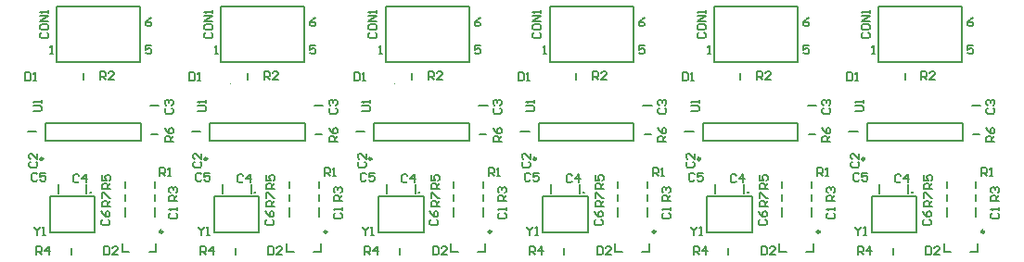
<source format=gto>
G04*
G04 #@! TF.GenerationSoftware,Altium Limited,Altium Designer,18.1.6 (161)*
G04*
G04 Layer_Color=65535*
%FSLAX24Y24*%
%MOIN*%
G70*
G01*
G75*
%ADD18C,0.0079*%
%ADD24C,0.0098*%
%ADD25C,0.0100*%
%ADD26C,0.0039*%
%ADD27C,0.0060*%
%ADD28C,0.0060*%
D18*
X5020Y30492D02*
Y30793D01*
X4764Y30492D02*
X5020D01*
X3799D02*
Y30793D01*
Y30492D02*
X4055D01*
X1201Y31211D02*
Y32490D01*
Y31211D02*
X2815D01*
X1201Y32490D02*
X2815D01*
Y31211D02*
Y32490D01*
X4469Y34488D02*
Y35118D01*
X1043Y34488D02*
Y35118D01*
X4469D01*
X1043Y34488D02*
X4469D01*
X3898Y31772D02*
Y32087D01*
X394Y34843D02*
X709D01*
X2520Y32598D02*
Y32913D01*
X4961Y31772D02*
Y32087D01*
Y32795D02*
Y33031D01*
X2402Y36693D02*
Y36929D01*
X4961Y32323D02*
Y32559D01*
X1969Y30394D02*
Y30630D01*
X3898Y32795D02*
Y33031D01*
X1496Y32598D02*
Y32913D01*
X4803Y35768D02*
X5118D01*
X1453Y37319D02*
X4453D01*
X1453Y39319D02*
X4453D01*
X1453Y37319D02*
Y39319D01*
X4453Y37319D02*
Y39319D01*
X3898Y32323D02*
Y32559D01*
X4843Y34735D02*
X5079D01*
X10925Y30492D02*
Y30793D01*
X10669Y30492D02*
X10925D01*
X9705D02*
Y30793D01*
Y30492D02*
X9961D01*
X7106Y31211D02*
Y32490D01*
Y31211D02*
X8720D01*
X7106Y32490D02*
X8720D01*
Y31211D02*
Y32490D01*
X10374Y34488D02*
Y35118D01*
X6949Y34488D02*
Y35118D01*
X10374D01*
X6949Y34488D02*
X10374D01*
X9803Y31772D02*
Y32087D01*
X6299Y34843D02*
X6614D01*
X8425Y32598D02*
Y32913D01*
X10866Y31772D02*
Y32087D01*
Y32795D02*
Y33031D01*
X8307Y36693D02*
Y36929D01*
X10866Y32323D02*
Y32559D01*
X7874Y30394D02*
Y30630D01*
X9803Y32795D02*
Y33031D01*
X7402Y32598D02*
Y32913D01*
X10709Y35768D02*
X11024D01*
X7358Y37319D02*
X10358D01*
X7358Y39319D02*
X10358D01*
X7358Y37319D02*
Y39319D01*
X10358Y37319D02*
Y39319D01*
X9803Y32323D02*
Y32559D01*
X10748Y34735D02*
X10984D01*
X16831Y30492D02*
Y30793D01*
X16575Y30492D02*
X16831D01*
X15610D02*
Y30793D01*
Y30492D02*
X15866D01*
X13012Y31211D02*
Y32490D01*
Y31211D02*
X14626D01*
X13012Y32490D02*
X14626D01*
Y31211D02*
Y32490D01*
X16280Y34488D02*
Y35118D01*
X12854Y34488D02*
Y35118D01*
X16280D01*
X12854Y34488D02*
X16280D01*
X15709Y31772D02*
Y32087D01*
X12205Y34843D02*
X12520D01*
X14331Y32598D02*
Y32913D01*
X16772Y31772D02*
Y32087D01*
Y32795D02*
Y33031D01*
X14213Y36693D02*
Y36929D01*
X16772Y32323D02*
Y32559D01*
X13780Y30394D02*
Y30630D01*
X15709Y32795D02*
Y33031D01*
X13307Y32598D02*
Y32913D01*
X16614Y35768D02*
X16929D01*
X13264Y37319D02*
X16264D01*
X13264Y39319D02*
X16264D01*
X13264Y37319D02*
Y39319D01*
X16264Y37319D02*
Y39319D01*
X15709Y32323D02*
Y32559D01*
X16654Y34735D02*
X16890D01*
X22736Y30492D02*
Y30793D01*
X22480Y30492D02*
X22736D01*
X21516D02*
Y30793D01*
Y30492D02*
X21772D01*
X18917Y31211D02*
Y32490D01*
Y31211D02*
X20531D01*
X18917Y32490D02*
X20531D01*
Y31211D02*
Y32490D01*
X22185Y34488D02*
Y35118D01*
X18760Y34488D02*
Y35118D01*
X22185D01*
X18760Y34488D02*
X22185D01*
X21614Y31772D02*
Y32087D01*
X18110Y34843D02*
X18425D01*
X20236Y32598D02*
Y32913D01*
X22677Y31772D02*
Y32087D01*
Y32795D02*
Y33031D01*
X20118Y36693D02*
Y36929D01*
X22677Y32323D02*
Y32559D01*
X19685Y30394D02*
Y30630D01*
X21614Y32795D02*
Y33031D01*
X19213Y32598D02*
Y32913D01*
X22520Y35768D02*
X22835D01*
X19169Y37319D02*
X22169D01*
X19169Y39319D02*
X22169D01*
X19169Y37319D02*
Y39319D01*
X22169Y37319D02*
Y39319D01*
X21614Y32323D02*
Y32559D01*
X22559Y34735D02*
X22795D01*
X28642Y30492D02*
Y30793D01*
X28386Y30492D02*
X28642D01*
X27421D02*
Y30793D01*
Y30492D02*
X27677D01*
X24823Y31211D02*
Y32490D01*
Y31211D02*
X26437D01*
X24823Y32490D02*
X26437D01*
Y31211D02*
Y32490D01*
X28091Y34488D02*
Y35118D01*
X24665Y34488D02*
Y35118D01*
X28091D01*
X24665Y34488D02*
X28091D01*
X27520Y31772D02*
Y32087D01*
X24016Y34843D02*
X24331D01*
X26142Y32598D02*
Y32913D01*
X28583Y31772D02*
Y32087D01*
Y32795D02*
Y33031D01*
X26024Y36693D02*
Y36929D01*
X28583Y32323D02*
Y32559D01*
X25591Y30394D02*
Y30630D01*
X27520Y32795D02*
Y33031D01*
X25118Y32598D02*
Y32913D01*
X28425Y35768D02*
X28740D01*
X25075Y37319D02*
X28075D01*
X25075Y39319D02*
X28075D01*
X25075Y37319D02*
Y39319D01*
X28075Y37319D02*
Y39319D01*
X27520Y32323D02*
Y32559D01*
X28465Y34735D02*
X28701D01*
X34547Y30492D02*
Y30793D01*
X34291Y30492D02*
X34547D01*
X33327D02*
Y30793D01*
Y30492D02*
X33583D01*
X30728Y31211D02*
Y32490D01*
Y31211D02*
X32343D01*
X30728Y32490D02*
X32343D01*
Y31211D02*
Y32490D01*
X33996Y34488D02*
Y35118D01*
X30571Y34488D02*
Y35118D01*
X33996D01*
X30571Y34488D02*
X33996D01*
X33425Y31772D02*
Y32087D01*
X29921Y34843D02*
X30236D01*
X32047Y32598D02*
Y32913D01*
X34488Y31772D02*
Y32087D01*
Y32795D02*
Y33031D01*
X31929Y36693D02*
Y36929D01*
X34488Y32323D02*
Y32559D01*
X31496Y30394D02*
Y30630D01*
X33425Y32795D02*
Y33031D01*
X31024Y32598D02*
Y32913D01*
X34331Y35768D02*
X34646D01*
X30980Y37319D02*
X33980D01*
X30980Y39319D02*
X33980D01*
X30980Y37319D02*
Y39319D01*
X33980Y37319D02*
Y39319D01*
X33425Y32323D02*
Y32559D01*
X34370Y34735D02*
X34606D01*
D24*
X5246Y31220D02*
G03*
X5246Y31220I-49J0D01*
G01*
X951Y33839D02*
G03*
X951Y33839I-49J0D01*
G01*
X11152Y31220D02*
G03*
X11152Y31220I-49J0D01*
G01*
X6856Y33839D02*
G03*
X6856Y33839I-49J0D01*
G01*
X17057Y31220D02*
G03*
X17057Y31220I-49J0D01*
G01*
X12762Y33839D02*
G03*
X12762Y33839I-49J0D01*
G01*
X22963Y31220D02*
G03*
X22963Y31220I-49J0D01*
G01*
X18667Y33839D02*
G03*
X18667Y33839I-49J0D01*
G01*
X28868Y31220D02*
G03*
X28868Y31220I-49J0D01*
G01*
X24573Y33839D02*
G03*
X24573Y33839I-49J0D01*
G01*
X34774Y31220D02*
G03*
X34774Y31220I-49J0D01*
G01*
X30478Y33839D02*
G03*
X30478Y33839I-49J0D01*
G01*
D25*
X2667Y32628D02*
G03*
X2667Y32628I-22J0D01*
G01*
X8573D02*
G03*
X8573Y32628I-22J0D01*
G01*
X14478D02*
G03*
X14478Y32628I-22J0D01*
G01*
X20384D02*
G03*
X20384Y32628I-22J0D01*
G01*
X26289D02*
G03*
X26289Y32628I-22J0D01*
G01*
X32195D02*
G03*
X32195Y32628I-22J0D01*
G01*
D26*
X1781Y36535D02*
G03*
X1781Y36535I-20J0D01*
G01*
X7687D02*
G03*
X7687Y36535I-20J0D01*
G01*
X13593D02*
G03*
X13593Y36535I-20J0D01*
G01*
X19498D02*
G03*
X19498Y36535I-20J0D01*
G01*
X25404D02*
G03*
X25404Y36535I-20J0D01*
G01*
X31309D02*
G03*
X31309Y36535I-20J0D01*
G01*
D27*
X4853Y37919D02*
X4653D01*
Y37769D01*
X4753Y37819D01*
X4803D01*
X4853Y37769D01*
Y37669D01*
X4803Y37619D01*
X4703D01*
X4653Y37669D01*
X4853Y38919D02*
X4753Y38869D01*
X4653Y38769D01*
Y38669D01*
X4703Y38619D01*
X4803D01*
X4853Y38669D01*
Y38719D01*
X4803Y38769D01*
X4653D01*
X1220Y37619D02*
X1320D01*
X1270D01*
Y37919D01*
X1220Y37869D01*
X10758Y37919D02*
X10558D01*
Y37769D01*
X10658Y37819D01*
X10708D01*
X10758Y37769D01*
Y37669D01*
X10708Y37619D01*
X10608D01*
X10558Y37669D01*
X10758Y38919D02*
X10658Y38869D01*
X10558Y38769D01*
Y38669D01*
X10608Y38619D01*
X10708D01*
X10758Y38669D01*
Y38719D01*
X10708Y38769D01*
X10558D01*
X7126Y37619D02*
X7226D01*
X7176D01*
Y37919D01*
X7126Y37869D01*
X16664Y37919D02*
X16464D01*
Y37769D01*
X16564Y37819D01*
X16614D01*
X16664Y37769D01*
Y37669D01*
X16614Y37619D01*
X16514D01*
X16464Y37669D01*
X16664Y38919D02*
X16564Y38869D01*
X16464Y38769D01*
Y38669D01*
X16514Y38619D01*
X16614D01*
X16664Y38669D01*
Y38719D01*
X16614Y38769D01*
X16464D01*
X13032Y37619D02*
X13131D01*
X13081D01*
Y37919D01*
X13032Y37869D01*
X22569Y37919D02*
X22369D01*
Y37769D01*
X22469Y37819D01*
X22519D01*
X22569Y37769D01*
Y37669D01*
X22519Y37619D01*
X22419D01*
X22369Y37669D01*
X22569Y38919D02*
X22469Y38869D01*
X22369Y38769D01*
Y38669D01*
X22419Y38619D01*
X22519D01*
X22569Y38669D01*
Y38719D01*
X22519Y38769D01*
X22369D01*
X18937Y37619D02*
X19037D01*
X18987D01*
Y37919D01*
X18937Y37869D01*
X28475Y37919D02*
X28275D01*
Y37769D01*
X28375Y37819D01*
X28425D01*
X28475Y37769D01*
Y37669D01*
X28425Y37619D01*
X28325D01*
X28275Y37669D01*
X28475Y38919D02*
X28375Y38869D01*
X28275Y38769D01*
Y38669D01*
X28325Y38619D01*
X28425D01*
X28475Y38669D01*
Y38719D01*
X28425Y38769D01*
X28275D01*
X24843Y37619D02*
X24942D01*
X24892D01*
Y37919D01*
X24843Y37869D01*
X34380Y37919D02*
X34180D01*
Y37769D01*
X34280Y37819D01*
X34330D01*
X34380Y37769D01*
Y37669D01*
X34330Y37619D01*
X34230D01*
X34180Y37669D01*
X34380Y38919D02*
X34280Y38869D01*
X34180Y38769D01*
Y38669D01*
X34230Y38619D01*
X34330D01*
X34380Y38669D01*
Y38719D01*
X34330Y38769D01*
X34180D01*
X30748Y37619D02*
X30848D01*
X30798D01*
Y37919D01*
X30748Y37869D01*
D28*
X630Y31402D02*
Y31352D01*
X730Y31252D01*
X830Y31352D01*
Y31402D01*
X730Y31252D02*
Y31102D01*
X930D02*
X1030D01*
X980D01*
Y31402D01*
X930Y31352D01*
X3150Y30694D02*
Y30394D01*
X3300D01*
X3350Y30444D01*
Y30644D01*
X3300Y30694D01*
X3150D01*
X3649Y30394D02*
X3450D01*
X3649Y30594D01*
Y30644D01*
X3599Y30694D01*
X3499D01*
X3450Y30644D01*
X315Y36953D02*
Y36654D01*
X465D01*
X515Y36704D01*
Y36903D01*
X465Y36953D01*
X315D01*
X615Y36654D02*
X715D01*
X665D01*
Y36953D01*
X615Y36903D01*
X5537Y31893D02*
X5487Y31843D01*
Y31743D01*
X5537Y31693D01*
X5737D01*
X5787Y31743D01*
Y31843D01*
X5737Y31893D01*
X5787Y31993D02*
Y32093D01*
Y32043D01*
X5487D01*
X5537Y31993D01*
X498Y33743D02*
X448Y33693D01*
Y33593D01*
X498Y33543D01*
X698D01*
X748Y33593D01*
Y33693D01*
X698Y33743D01*
X748Y34043D02*
Y33843D01*
X548Y34043D01*
X498D01*
X448Y33993D01*
Y33893D01*
X498Y33843D01*
X5157Y33228D02*
Y33528D01*
X5307D01*
X5357Y33478D01*
Y33378D01*
X5307Y33328D01*
X5157D01*
X5257D02*
X5357Y33228D01*
X5457D02*
X5557D01*
X5507D01*
Y33528D01*
X5457Y33478D01*
X2992Y36693D02*
Y36993D01*
X3142D01*
X3192Y36943D01*
Y36843D01*
X3142Y36793D01*
X2992D01*
X3092D02*
X3192Y36693D01*
X3492D02*
X3292D01*
X3492Y36893D01*
Y36943D01*
X3442Y36993D01*
X3342D01*
X3292Y36943D01*
X5787Y32323D02*
X5487D01*
Y32473D01*
X5537Y32523D01*
X5637D01*
X5687Y32473D01*
Y32323D01*
Y32423D02*
X5787Y32523D01*
X5537Y32623D02*
X5487Y32673D01*
Y32773D01*
X5537Y32823D01*
X5587D01*
X5637Y32773D01*
Y32723D01*
Y32773D01*
X5687Y32823D01*
X5737D01*
X5787Y32773D01*
Y32673D01*
X5737Y32623D01*
X709Y30394D02*
Y30694D01*
X859D01*
X909Y30644D01*
Y30544D01*
X859Y30494D01*
X709D01*
X809D02*
X909Y30394D01*
X1159D02*
Y30694D01*
X1009Y30544D01*
X1208D01*
X3386Y32753D02*
X3086D01*
Y32903D01*
X3136Y32953D01*
X3236D01*
X3286Y32903D01*
Y32753D01*
Y32853D02*
X3386Y32953D01*
X3086Y33253D02*
Y33053D01*
X3236D01*
X3186Y33153D01*
Y33203D01*
X3236Y33253D01*
X3336D01*
X3386Y33203D01*
Y33103D01*
X3336Y33053D01*
X751Y33281D02*
X701Y33331D01*
X601D01*
X551Y33281D01*
Y33081D01*
X601Y33031D01*
X701D01*
X751Y33081D01*
X1051Y33331D02*
X851D01*
Y33181D01*
X951Y33231D01*
X1001D01*
X1051Y33181D01*
Y33081D01*
X1001Y33031D01*
X901D01*
X851Y33081D01*
X2247Y33242D02*
X2197Y33292D01*
X2097D01*
X2047Y33242D01*
Y33042D01*
X2097Y32992D01*
X2197D01*
X2247Y33042D01*
X2497Y32992D02*
Y33292D01*
X2347Y33142D01*
X2547D01*
X3097Y31657D02*
X3047Y31607D01*
Y31507D01*
X3097Y31457D01*
X3296D01*
X3346Y31507D01*
Y31607D01*
X3296Y31657D01*
X3047Y31957D02*
X3097Y31857D01*
X3197Y31757D01*
X3296D01*
X3346Y31807D01*
Y31907D01*
X3296Y31957D01*
X3246D01*
X3197Y31907D01*
Y31757D01*
X5630Y34449D02*
X5330D01*
Y34599D01*
X5380Y34649D01*
X5480D01*
X5530Y34599D01*
Y34449D01*
Y34549D02*
X5630Y34649D01*
X5330Y34949D02*
X5380Y34849D01*
X5480Y34749D01*
X5580D01*
X5630Y34799D01*
Y34899D01*
X5580Y34949D01*
X5530D01*
X5480Y34899D01*
Y34749D01*
X3386Y32126D02*
X3086D01*
Y32276D01*
X3136Y32326D01*
X3236D01*
X3286Y32276D01*
Y32126D01*
Y32226D02*
X3386Y32326D01*
X3086Y32426D02*
Y32626D01*
X3136D01*
X3336Y32426D01*
X3386D01*
X5380Y35672D02*
X5330Y35622D01*
Y35522D01*
X5380Y35472D01*
X5580D01*
X5630Y35522D01*
Y35622D01*
X5580Y35672D01*
X5380Y35772D02*
X5330Y35822D01*
Y35922D01*
X5380Y35972D01*
X5430D01*
X5480Y35922D01*
Y35872D01*
Y35922D01*
X5530Y35972D01*
X5580D01*
X5630Y35922D01*
Y35822D01*
X5580Y35772D01*
X892Y38389D02*
X842Y38339D01*
Y38239D01*
X892Y38189D01*
X1092D01*
X1142Y38239D01*
Y38339D01*
X1092Y38389D01*
X842Y38639D02*
Y38539D01*
X892Y38489D01*
X1092D01*
X1142Y38539D01*
Y38639D01*
X1092Y38689D01*
X892D01*
X842Y38639D01*
X1142Y38789D02*
X842D01*
X1142Y38989D01*
X842D01*
X1142Y39089D02*
Y39189D01*
Y39139D01*
X842D01*
X892Y39089D01*
X606Y35551D02*
X856D01*
X906Y35601D01*
Y35701D01*
X856Y35751D01*
X606D01*
X906Y35851D02*
Y35951D01*
Y35901D01*
X606D01*
X656Y35851D01*
X6535Y31402D02*
Y31352D01*
X6635Y31252D01*
X6735Y31352D01*
Y31402D01*
X6635Y31252D02*
Y31102D01*
X6835D02*
X6935D01*
X6885D01*
Y31402D01*
X6835Y31352D01*
X9055Y30694D02*
Y30394D01*
X9205D01*
X9255Y30444D01*
Y30644D01*
X9205Y30694D01*
X9055D01*
X9555Y30394D02*
X9355D01*
X9555Y30594D01*
Y30644D01*
X9505Y30694D01*
X9405D01*
X9355Y30644D01*
X6220Y36953D02*
Y36654D01*
X6370D01*
X6420Y36704D01*
Y36903D01*
X6370Y36953D01*
X6220D01*
X6520Y36654D02*
X6620D01*
X6570D01*
Y36953D01*
X6520Y36903D01*
X11443Y31893D02*
X11393Y31843D01*
Y31743D01*
X11443Y31693D01*
X11643D01*
X11693Y31743D01*
Y31843D01*
X11643Y31893D01*
X11693Y31993D02*
Y32093D01*
Y32043D01*
X11393D01*
X11443Y31993D01*
X6404Y33743D02*
X6354Y33693D01*
Y33593D01*
X6404Y33543D01*
X6604D01*
X6654Y33593D01*
Y33693D01*
X6604Y33743D01*
X6654Y34043D02*
Y33843D01*
X6454Y34043D01*
X6404D01*
X6354Y33993D01*
Y33893D01*
X6404Y33843D01*
X11063Y33228D02*
Y33528D01*
X11213D01*
X11263Y33478D01*
Y33378D01*
X11213Y33328D01*
X11063D01*
X11163D02*
X11263Y33228D01*
X11363D02*
X11463D01*
X11413D01*
Y33528D01*
X11363Y33478D01*
X8898Y36693D02*
Y36993D01*
X9048D01*
X9098Y36943D01*
Y36843D01*
X9048Y36793D01*
X8898D01*
X8998D02*
X9098Y36693D01*
X9397D02*
X9198D01*
X9397Y36893D01*
Y36943D01*
X9347Y36993D01*
X9248D01*
X9198Y36943D01*
X11693Y32323D02*
X11393D01*
Y32473D01*
X11443Y32523D01*
X11543D01*
X11593Y32473D01*
Y32323D01*
Y32423D02*
X11693Y32523D01*
X11443Y32623D02*
X11393Y32673D01*
Y32773D01*
X11443Y32823D01*
X11493D01*
X11543Y32773D01*
Y32723D01*
Y32773D01*
X11593Y32823D01*
X11643D01*
X11693Y32773D01*
Y32673D01*
X11643Y32623D01*
X6614Y30394D02*
Y30694D01*
X6764D01*
X6814Y30644D01*
Y30544D01*
X6764Y30494D01*
X6614D01*
X6714D02*
X6814Y30394D01*
X7064D02*
Y30694D01*
X6914Y30544D01*
X7114D01*
X9291Y32753D02*
X8991D01*
Y32903D01*
X9041Y32953D01*
X9141D01*
X9191Y32903D01*
Y32753D01*
Y32853D02*
X9291Y32953D01*
X8991Y33253D02*
Y33053D01*
X9141D01*
X9091Y33153D01*
Y33203D01*
X9141Y33253D01*
X9241D01*
X9291Y33203D01*
Y33103D01*
X9241Y33053D01*
X6657Y33281D02*
X6607Y33331D01*
X6507D01*
X6457Y33281D01*
Y33081D01*
X6507Y33031D01*
X6607D01*
X6657Y33081D01*
X6957Y33331D02*
X6757D01*
Y33181D01*
X6857Y33231D01*
X6907D01*
X6957Y33181D01*
Y33081D01*
X6907Y33031D01*
X6807D01*
X6757Y33081D01*
X8153Y33242D02*
X8103Y33292D01*
X8003D01*
X7953Y33242D01*
Y33042D01*
X8003Y32992D01*
X8103D01*
X8153Y33042D01*
X8403Y32992D02*
Y33292D01*
X8253Y33142D01*
X8453D01*
X9002Y31657D02*
X8952Y31607D01*
Y31507D01*
X9002Y31457D01*
X9202D01*
X9252Y31507D01*
Y31607D01*
X9202Y31657D01*
X8952Y31957D02*
X9002Y31857D01*
X9102Y31757D01*
X9202D01*
X9252Y31807D01*
Y31907D01*
X9202Y31957D01*
X9152D01*
X9102Y31907D01*
Y31757D01*
X11535Y34449D02*
X11236D01*
Y34599D01*
X11286Y34649D01*
X11385D01*
X11435Y34599D01*
Y34449D01*
Y34549D02*
X11535Y34649D01*
X11236Y34949D02*
X11286Y34849D01*
X11385Y34749D01*
X11485D01*
X11535Y34799D01*
Y34899D01*
X11485Y34949D01*
X11435D01*
X11385Y34899D01*
Y34749D01*
X9291Y32126D02*
X8991D01*
Y32276D01*
X9041Y32326D01*
X9141D01*
X9191Y32276D01*
Y32126D01*
Y32226D02*
X9291Y32326D01*
X8991Y32426D02*
Y32626D01*
X9041D01*
X9241Y32426D01*
X9291D01*
X11286Y35672D02*
X11236Y35622D01*
Y35522D01*
X11286Y35472D01*
X11485D01*
X11535Y35522D01*
Y35622D01*
X11485Y35672D01*
X11286Y35772D02*
X11236Y35822D01*
Y35922D01*
X11286Y35972D01*
X11336D01*
X11385Y35922D01*
Y35872D01*
Y35922D01*
X11435Y35972D01*
X11485D01*
X11535Y35922D01*
Y35822D01*
X11485Y35772D01*
X6797Y38389D02*
X6747Y38339D01*
Y38239D01*
X6797Y38189D01*
X6997D01*
X7047Y38239D01*
Y38339D01*
X6997Y38389D01*
X6747Y38639D02*
Y38539D01*
X6797Y38489D01*
X6997D01*
X7047Y38539D01*
Y38639D01*
X6997Y38689D01*
X6797D01*
X6747Y38639D01*
X7047Y38789D02*
X6747D01*
X7047Y38989D01*
X6747D01*
X7047Y39089D02*
Y39189D01*
Y39139D01*
X6747D01*
X6797Y39089D01*
X6511Y35551D02*
X6761D01*
X6811Y35601D01*
Y35701D01*
X6761Y35751D01*
X6511D01*
X6811Y35851D02*
Y35951D01*
Y35901D01*
X6511D01*
X6561Y35851D01*
X12441Y31402D02*
Y31352D01*
X12541Y31252D01*
X12641Y31352D01*
Y31402D01*
X12541Y31252D02*
Y31102D01*
X12741D02*
X12841D01*
X12791D01*
Y31402D01*
X12741Y31352D01*
X14961Y30694D02*
Y30394D01*
X15111D01*
X15161Y30444D01*
Y30644D01*
X15111Y30694D01*
X14961D01*
X15460Y30394D02*
X15261D01*
X15460Y30594D01*
Y30644D01*
X15410Y30694D01*
X15311D01*
X15261Y30644D01*
X12126Y36953D02*
Y36654D01*
X12276D01*
X12326Y36704D01*
Y36903D01*
X12276Y36953D01*
X12126D01*
X12426Y36654D02*
X12526D01*
X12476D01*
Y36953D01*
X12426Y36903D01*
X17349Y31893D02*
X17299Y31843D01*
Y31743D01*
X17349Y31693D01*
X17548D01*
X17598Y31743D01*
Y31843D01*
X17548Y31893D01*
X17598Y31993D02*
Y32093D01*
Y32043D01*
X17299D01*
X17349Y31993D01*
X12309Y33743D02*
X12259Y33693D01*
Y33593D01*
X12309Y33543D01*
X12509D01*
X12559Y33593D01*
Y33693D01*
X12509Y33743D01*
X12559Y34043D02*
Y33843D01*
X12359Y34043D01*
X12309D01*
X12259Y33993D01*
Y33893D01*
X12309Y33843D01*
X16968Y33228D02*
Y33528D01*
X17118D01*
X17168Y33478D01*
Y33378D01*
X17118Y33328D01*
X16968D01*
X17068D02*
X17168Y33228D01*
X17268D02*
X17368D01*
X17318D01*
Y33528D01*
X17268Y33478D01*
X14803Y36693D02*
Y36993D01*
X14953D01*
X15003Y36943D01*
Y36843D01*
X14953Y36793D01*
X14803D01*
X14903D02*
X15003Y36693D01*
X15303D02*
X15103D01*
X15303Y36893D01*
Y36943D01*
X15253Y36993D01*
X15153D01*
X15103Y36943D01*
X17598Y32323D02*
X17299D01*
Y32473D01*
X17349Y32523D01*
X17448D01*
X17498Y32473D01*
Y32323D01*
Y32423D02*
X17598Y32523D01*
X17349Y32623D02*
X17299Y32673D01*
Y32773D01*
X17349Y32823D01*
X17398D01*
X17448Y32773D01*
Y32723D01*
Y32773D01*
X17498Y32823D01*
X17548D01*
X17598Y32773D01*
Y32673D01*
X17548Y32623D01*
X12520Y30394D02*
Y30694D01*
X12670D01*
X12720Y30644D01*
Y30544D01*
X12670Y30494D01*
X12520D01*
X12620D02*
X12720Y30394D01*
X12970D02*
Y30694D01*
X12820Y30544D01*
X13020D01*
X15197Y32753D02*
X14897D01*
Y32903D01*
X14947Y32953D01*
X15047D01*
X15097Y32903D01*
Y32753D01*
Y32853D02*
X15197Y32953D01*
X14897Y33253D02*
Y33053D01*
X15047D01*
X14997Y33153D01*
Y33203D01*
X15047Y33253D01*
X15147D01*
X15197Y33203D01*
Y33103D01*
X15147Y33053D01*
X12562Y33281D02*
X12512Y33331D01*
X12412D01*
X12362Y33281D01*
Y33081D01*
X12412Y33031D01*
X12512D01*
X12562Y33081D01*
X12862Y33331D02*
X12662D01*
Y33181D01*
X12762Y33231D01*
X12812D01*
X12862Y33181D01*
Y33081D01*
X12812Y33031D01*
X12712D01*
X12662Y33081D01*
X14058Y33242D02*
X14008Y33292D01*
X13908D01*
X13858Y33242D01*
Y33042D01*
X13908Y32992D01*
X14008D01*
X14058Y33042D01*
X14308Y32992D02*
Y33292D01*
X14158Y33142D01*
X14358D01*
X14908Y31657D02*
X14858Y31607D01*
Y31507D01*
X14908Y31457D01*
X15108D01*
X15157Y31507D01*
Y31607D01*
X15108Y31657D01*
X14858Y31957D02*
X14908Y31857D01*
X15008Y31757D01*
X15108D01*
X15157Y31807D01*
Y31907D01*
X15108Y31957D01*
X15058D01*
X15008Y31907D01*
Y31757D01*
X17441Y34449D02*
X17141D01*
Y34599D01*
X17191Y34649D01*
X17291D01*
X17341Y34599D01*
Y34449D01*
Y34549D02*
X17441Y34649D01*
X17141Y34949D02*
X17191Y34849D01*
X17291Y34749D01*
X17391D01*
X17441Y34799D01*
Y34899D01*
X17391Y34949D01*
X17341D01*
X17291Y34899D01*
Y34749D01*
X15197Y32126D02*
X14897D01*
Y32276D01*
X14947Y32326D01*
X15047D01*
X15097Y32276D01*
Y32126D01*
Y32226D02*
X15197Y32326D01*
X14897Y32426D02*
Y32626D01*
X14947D01*
X15147Y32426D01*
X15197D01*
X17191Y35672D02*
X17141Y35622D01*
Y35522D01*
X17191Y35472D01*
X17391D01*
X17441Y35522D01*
Y35622D01*
X17391Y35672D01*
X17191Y35772D02*
X17141Y35822D01*
Y35922D01*
X17191Y35972D01*
X17241D01*
X17291Y35922D01*
Y35872D01*
Y35922D01*
X17341Y35972D01*
X17391D01*
X17441Y35922D01*
Y35822D01*
X17391Y35772D01*
X12703Y38389D02*
X12653Y38339D01*
Y38239D01*
X12703Y38189D01*
X12903D01*
X12953Y38239D01*
Y38339D01*
X12903Y38389D01*
X12653Y38639D02*
Y38539D01*
X12703Y38489D01*
X12903D01*
X12953Y38539D01*
Y38639D01*
X12903Y38689D01*
X12703D01*
X12653Y38639D01*
X12953Y38789D02*
X12653D01*
X12953Y38989D01*
X12653D01*
X12953Y39089D02*
Y39189D01*
Y39139D01*
X12653D01*
X12703Y39089D01*
X12417Y35551D02*
X12667D01*
X12717Y35601D01*
Y35701D01*
X12667Y35751D01*
X12417D01*
X12717Y35851D02*
Y35951D01*
Y35901D01*
X12417D01*
X12467Y35851D01*
X18346Y31402D02*
Y31352D01*
X18446Y31252D01*
X18546Y31352D01*
Y31402D01*
X18446Y31252D02*
Y31102D01*
X18646D02*
X18746D01*
X18696D01*
Y31402D01*
X18646Y31352D01*
X20866Y30694D02*
Y30394D01*
X21016D01*
X21066Y30444D01*
Y30644D01*
X21016Y30694D01*
X20866D01*
X21366Y30394D02*
X21166D01*
X21366Y30594D01*
Y30644D01*
X21316Y30694D01*
X21216D01*
X21166Y30644D01*
X18032Y36953D02*
Y36654D01*
X18181D01*
X18231Y36704D01*
Y36903D01*
X18181Y36953D01*
X18032D01*
X18331Y36654D02*
X18431D01*
X18381D01*
Y36953D01*
X18331Y36903D01*
X23254Y31893D02*
X23204Y31843D01*
Y31743D01*
X23254Y31693D01*
X23454D01*
X23504Y31743D01*
Y31843D01*
X23454Y31893D01*
X23504Y31993D02*
Y32093D01*
Y32043D01*
X23204D01*
X23254Y31993D01*
X18215Y33743D02*
X18165Y33693D01*
Y33593D01*
X18215Y33543D01*
X18415D01*
X18465Y33593D01*
Y33693D01*
X18415Y33743D01*
X18465Y34043D02*
Y33843D01*
X18265Y34043D01*
X18215D01*
X18165Y33993D01*
Y33893D01*
X18215Y33843D01*
X22874Y33228D02*
Y33528D01*
X23024D01*
X23074Y33478D01*
Y33378D01*
X23024Y33328D01*
X22874D01*
X22974D02*
X23074Y33228D01*
X23174D02*
X23274D01*
X23224D01*
Y33528D01*
X23174Y33478D01*
X20709Y36693D02*
Y36993D01*
X20859D01*
X20909Y36943D01*
Y36843D01*
X20859Y36793D01*
X20709D01*
X20809D02*
X20909Y36693D01*
X21209D02*
X21009D01*
X21209Y36893D01*
Y36943D01*
X21159Y36993D01*
X21059D01*
X21009Y36943D01*
X23504Y32323D02*
X23204D01*
Y32473D01*
X23254Y32523D01*
X23354D01*
X23404Y32473D01*
Y32323D01*
Y32423D02*
X23504Y32523D01*
X23254Y32623D02*
X23204Y32673D01*
Y32773D01*
X23254Y32823D01*
X23304D01*
X23354Y32773D01*
Y32723D01*
Y32773D01*
X23404Y32823D01*
X23454D01*
X23504Y32773D01*
Y32673D01*
X23454Y32623D01*
X18425Y30394D02*
Y30694D01*
X18575D01*
X18625Y30644D01*
Y30544D01*
X18575Y30494D01*
X18425D01*
X18525D02*
X18625Y30394D01*
X18875D02*
Y30694D01*
X18725Y30544D01*
X18925D01*
X21102Y32753D02*
X20802D01*
Y32903D01*
X20852Y32953D01*
X20952D01*
X21002Y32903D01*
Y32753D01*
Y32853D02*
X21102Y32953D01*
X20802Y33253D02*
Y33053D01*
X20952D01*
X20902Y33153D01*
Y33203D01*
X20952Y33253D01*
X21052D01*
X21102Y33203D01*
Y33103D01*
X21052Y33053D01*
X18468Y33281D02*
X18418Y33331D01*
X18318D01*
X18268Y33281D01*
Y33081D01*
X18318Y33031D01*
X18418D01*
X18468Y33081D01*
X18768Y33331D02*
X18568D01*
Y33181D01*
X18668Y33231D01*
X18718D01*
X18768Y33181D01*
Y33081D01*
X18718Y33031D01*
X18618D01*
X18568Y33081D01*
X19964Y33242D02*
X19914Y33292D01*
X19814D01*
X19764Y33242D01*
Y33042D01*
X19814Y32992D01*
X19914D01*
X19964Y33042D01*
X20214Y32992D02*
Y33292D01*
X20064Y33142D01*
X20264D01*
X20813Y31657D02*
X20763Y31607D01*
Y31507D01*
X20813Y31457D01*
X21013D01*
X21063Y31507D01*
Y31607D01*
X21013Y31657D01*
X20763Y31957D02*
X20813Y31857D01*
X20913Y31757D01*
X21013D01*
X21063Y31807D01*
Y31907D01*
X21013Y31957D01*
X20963D01*
X20913Y31907D01*
Y31757D01*
X23346Y34449D02*
X23047D01*
Y34599D01*
X23097Y34649D01*
X23197D01*
X23246Y34599D01*
Y34449D01*
Y34549D02*
X23346Y34649D01*
X23047Y34949D02*
X23097Y34849D01*
X23197Y34749D01*
X23296D01*
X23346Y34799D01*
Y34899D01*
X23296Y34949D01*
X23246D01*
X23197Y34899D01*
Y34749D01*
X21102Y32126D02*
X20802D01*
Y32276D01*
X20852Y32326D01*
X20952D01*
X21002Y32276D01*
Y32126D01*
Y32226D02*
X21102Y32326D01*
X20802Y32426D02*
Y32626D01*
X20852D01*
X21052Y32426D01*
X21102D01*
X23097Y35672D02*
X23047Y35622D01*
Y35522D01*
X23097Y35472D01*
X23296D01*
X23346Y35522D01*
Y35622D01*
X23296Y35672D01*
X23097Y35772D02*
X23047Y35822D01*
Y35922D01*
X23097Y35972D01*
X23147D01*
X23197Y35922D01*
Y35872D01*
Y35922D01*
X23246Y35972D01*
X23296D01*
X23346Y35922D01*
Y35822D01*
X23296Y35772D01*
X18608Y38389D02*
X18558Y38339D01*
Y38239D01*
X18608Y38189D01*
X18808D01*
X18858Y38239D01*
Y38339D01*
X18808Y38389D01*
X18558Y38639D02*
Y38539D01*
X18608Y38489D01*
X18808D01*
X18858Y38539D01*
Y38639D01*
X18808Y38689D01*
X18608D01*
X18558Y38639D01*
X18858Y38789D02*
X18558D01*
X18858Y38989D01*
X18558D01*
X18858Y39089D02*
Y39189D01*
Y39139D01*
X18558D01*
X18608Y39089D01*
X18322Y35551D02*
X18572D01*
X18622Y35601D01*
Y35701D01*
X18572Y35751D01*
X18322D01*
X18622Y35851D02*
Y35951D01*
Y35901D01*
X18322D01*
X18372Y35851D01*
X24252Y31402D02*
Y31352D01*
X24352Y31252D01*
X24452Y31352D01*
Y31402D01*
X24352Y31252D02*
Y31102D01*
X24552D02*
X24652D01*
X24602D01*
Y31402D01*
X24552Y31352D01*
X26772Y30694D02*
Y30394D01*
X26922D01*
X26972Y30444D01*
Y30644D01*
X26922Y30694D01*
X26772D01*
X27271Y30394D02*
X27072D01*
X27271Y30594D01*
Y30644D01*
X27222Y30694D01*
X27122D01*
X27072Y30644D01*
X23937Y36953D02*
Y36654D01*
X24087D01*
X24137Y36704D01*
Y36903D01*
X24087Y36953D01*
X23937D01*
X24237Y36654D02*
X24337D01*
X24287D01*
Y36953D01*
X24237Y36903D01*
X29160Y31893D02*
X29110Y31843D01*
Y31743D01*
X29160Y31693D01*
X29359D01*
X29409Y31743D01*
Y31843D01*
X29359Y31893D01*
X29409Y31993D02*
Y32093D01*
Y32043D01*
X29110D01*
X29160Y31993D01*
X24120Y33743D02*
X24070Y33693D01*
Y33593D01*
X24120Y33543D01*
X24320D01*
X24370Y33593D01*
Y33693D01*
X24320Y33743D01*
X24370Y34043D02*
Y33843D01*
X24170Y34043D01*
X24120D01*
X24070Y33993D01*
Y33893D01*
X24120Y33843D01*
X28780Y33228D02*
Y33528D01*
X28929D01*
X28979Y33478D01*
Y33378D01*
X28929Y33328D01*
X28780D01*
X28879D02*
X28979Y33228D01*
X29079D02*
X29179D01*
X29129D01*
Y33528D01*
X29079Y33478D01*
X26614Y36693D02*
Y36993D01*
X26764D01*
X26814Y36943D01*
Y36843D01*
X26764Y36793D01*
X26614D01*
X26714D02*
X26814Y36693D01*
X27114D02*
X26914D01*
X27114Y36893D01*
Y36943D01*
X27064Y36993D01*
X26964D01*
X26914Y36943D01*
X29409Y32323D02*
X29110D01*
Y32473D01*
X29160Y32523D01*
X29260D01*
X29309Y32473D01*
Y32323D01*
Y32423D02*
X29409Y32523D01*
X29160Y32623D02*
X29110Y32673D01*
Y32773D01*
X29160Y32823D01*
X29210D01*
X29260Y32773D01*
Y32723D01*
Y32773D01*
X29309Y32823D01*
X29359D01*
X29409Y32773D01*
Y32673D01*
X29359Y32623D01*
X24331Y30394D02*
Y30694D01*
X24481D01*
X24531Y30644D01*
Y30544D01*
X24481Y30494D01*
X24331D01*
X24431D02*
X24531Y30394D01*
X24781D02*
Y30694D01*
X24631Y30544D01*
X24831D01*
X27008Y32753D02*
X26708D01*
Y32903D01*
X26758Y32953D01*
X26858D01*
X26908Y32903D01*
Y32753D01*
Y32853D02*
X27008Y32953D01*
X26708Y33253D02*
Y33053D01*
X26858D01*
X26808Y33153D01*
Y33203D01*
X26858Y33253D01*
X26958D01*
X27008Y33203D01*
Y33103D01*
X26958Y33053D01*
X24373Y33281D02*
X24323Y33331D01*
X24223D01*
X24173Y33281D01*
Y33081D01*
X24223Y33031D01*
X24323D01*
X24373Y33081D01*
X24673Y33331D02*
X24473D01*
Y33181D01*
X24573Y33231D01*
X24623D01*
X24673Y33181D01*
Y33081D01*
X24623Y33031D01*
X24523D01*
X24473Y33081D01*
X25869Y33242D02*
X25819Y33292D01*
X25719D01*
X25669Y33242D01*
Y33042D01*
X25719Y32992D01*
X25819D01*
X25869Y33042D01*
X26119Y32992D02*
Y33292D01*
X25969Y33142D01*
X26169D01*
X26719Y31657D02*
X26669Y31607D01*
Y31507D01*
X26719Y31457D01*
X26919D01*
X26969Y31507D01*
Y31607D01*
X26919Y31657D01*
X26669Y31957D02*
X26719Y31857D01*
X26819Y31757D01*
X26919D01*
X26969Y31807D01*
Y31907D01*
X26919Y31957D01*
X26869D01*
X26819Y31907D01*
Y31757D01*
X29252Y34449D02*
X28952D01*
Y34599D01*
X29002Y34649D01*
X29102D01*
X29152Y34599D01*
Y34449D01*
Y34549D02*
X29252Y34649D01*
X28952Y34949D02*
X29002Y34849D01*
X29102Y34749D01*
X29202D01*
X29252Y34799D01*
Y34899D01*
X29202Y34949D01*
X29152D01*
X29102Y34899D01*
Y34749D01*
X27008Y32126D02*
X26708D01*
Y32276D01*
X26758Y32326D01*
X26858D01*
X26908Y32276D01*
Y32126D01*
Y32226D02*
X27008Y32326D01*
X26708Y32426D02*
Y32626D01*
X26758D01*
X26958Y32426D01*
X27008D01*
X29002Y35672D02*
X28952Y35622D01*
Y35522D01*
X29002Y35472D01*
X29202D01*
X29252Y35522D01*
Y35622D01*
X29202Y35672D01*
X29002Y35772D02*
X28952Y35822D01*
Y35922D01*
X29002Y35972D01*
X29052D01*
X29102Y35922D01*
Y35872D01*
Y35922D01*
X29152Y35972D01*
X29202D01*
X29252Y35922D01*
Y35822D01*
X29202Y35772D01*
X24514Y38389D02*
X24464Y38339D01*
Y38239D01*
X24514Y38189D01*
X24714D01*
X24764Y38239D01*
Y38339D01*
X24714Y38389D01*
X24464Y38639D02*
Y38539D01*
X24514Y38489D01*
X24714D01*
X24764Y38539D01*
Y38639D01*
X24714Y38689D01*
X24514D01*
X24464Y38639D01*
X24764Y38789D02*
X24464D01*
X24764Y38989D01*
X24464D01*
X24764Y39089D02*
Y39189D01*
Y39139D01*
X24464D01*
X24514Y39089D01*
X24228Y35551D02*
X24478D01*
X24528Y35601D01*
Y35701D01*
X24478Y35751D01*
X24228D01*
X24528Y35851D02*
Y35951D01*
Y35901D01*
X24228D01*
X24278Y35851D01*
X30157Y31402D02*
Y31352D01*
X30257Y31252D01*
X30357Y31352D01*
Y31402D01*
X30257Y31252D02*
Y31102D01*
X30457D02*
X30557D01*
X30507D01*
Y31402D01*
X30457Y31352D01*
X32677Y30694D02*
Y30394D01*
X32827D01*
X32877Y30444D01*
Y30644D01*
X32827Y30694D01*
X32677D01*
X33177Y30394D02*
X32977D01*
X33177Y30594D01*
Y30644D01*
X33127Y30694D01*
X33027D01*
X32977Y30644D01*
X29843Y36953D02*
Y36654D01*
X29992D01*
X30042Y36704D01*
Y36903D01*
X29992Y36953D01*
X29843D01*
X30142Y36654D02*
X30242D01*
X30192D01*
Y36953D01*
X30142Y36903D01*
X35065Y31893D02*
X35015Y31843D01*
Y31743D01*
X35065Y31693D01*
X35265D01*
X35315Y31743D01*
Y31843D01*
X35265Y31893D01*
X35315Y31993D02*
Y32093D01*
Y32043D01*
X35015D01*
X35065Y31993D01*
X30026Y33743D02*
X29976Y33693D01*
Y33593D01*
X30026Y33543D01*
X30226D01*
X30276Y33593D01*
Y33693D01*
X30226Y33743D01*
X30276Y34043D02*
Y33843D01*
X30076Y34043D01*
X30026D01*
X29976Y33993D01*
Y33893D01*
X30026Y33843D01*
X34685Y33228D02*
Y33528D01*
X34835D01*
X34885Y33478D01*
Y33378D01*
X34835Y33328D01*
X34685D01*
X34785D02*
X34885Y33228D01*
X34985D02*
X35085D01*
X35035D01*
Y33528D01*
X34985Y33478D01*
X32520Y36693D02*
Y36993D01*
X32670D01*
X32720Y36943D01*
Y36843D01*
X32670Y36793D01*
X32520D01*
X32620D02*
X32720Y36693D01*
X33020D02*
X32820D01*
X33020Y36893D01*
Y36943D01*
X32970Y36993D01*
X32870D01*
X32820Y36943D01*
X35315Y32323D02*
X35015D01*
Y32473D01*
X35065Y32523D01*
X35165D01*
X35215Y32473D01*
Y32323D01*
Y32423D02*
X35315Y32523D01*
X35065Y32623D02*
X35015Y32673D01*
Y32773D01*
X35065Y32823D01*
X35115D01*
X35165Y32773D01*
Y32723D01*
Y32773D01*
X35215Y32823D01*
X35265D01*
X35315Y32773D01*
Y32673D01*
X35265Y32623D01*
X30236Y30394D02*
Y30694D01*
X30386D01*
X30436Y30644D01*
Y30544D01*
X30386Y30494D01*
X30236D01*
X30336D02*
X30436Y30394D01*
X30686D02*
Y30694D01*
X30536Y30544D01*
X30736D01*
X32913Y32753D02*
X32613D01*
Y32903D01*
X32663Y32953D01*
X32763D01*
X32813Y32903D01*
Y32753D01*
Y32853D02*
X32913Y32953D01*
X32613Y33253D02*
Y33053D01*
X32763D01*
X32713Y33153D01*
Y33203D01*
X32763Y33253D01*
X32863D01*
X32913Y33203D01*
Y33103D01*
X32863Y33053D01*
X30279Y33281D02*
X30229Y33331D01*
X30129D01*
X30079Y33281D01*
Y33081D01*
X30129Y33031D01*
X30229D01*
X30279Y33081D01*
X30579Y33331D02*
X30379D01*
Y33181D01*
X30479Y33231D01*
X30529D01*
X30579Y33181D01*
Y33081D01*
X30529Y33031D01*
X30429D01*
X30379Y33081D01*
X31775Y33242D02*
X31725Y33292D01*
X31625D01*
X31575Y33242D01*
Y33042D01*
X31625Y32992D01*
X31725D01*
X31775Y33042D01*
X32025Y32992D02*
Y33292D01*
X31875Y33142D01*
X32075D01*
X32624Y31657D02*
X32574Y31607D01*
Y31507D01*
X32624Y31457D01*
X32824D01*
X32874Y31507D01*
Y31607D01*
X32824Y31657D01*
X32574Y31957D02*
X32624Y31857D01*
X32724Y31757D01*
X32824D01*
X32874Y31807D01*
Y31907D01*
X32824Y31957D01*
X32774D01*
X32724Y31907D01*
Y31757D01*
X35157Y34449D02*
X34858D01*
Y34599D01*
X34908Y34649D01*
X35008D01*
X35058Y34599D01*
Y34449D01*
Y34549D02*
X35157Y34649D01*
X34858Y34949D02*
X34908Y34849D01*
X35008Y34749D01*
X35108D01*
X35157Y34799D01*
Y34899D01*
X35108Y34949D01*
X35058D01*
X35008Y34899D01*
Y34749D01*
X32913Y32126D02*
X32613D01*
Y32276D01*
X32663Y32326D01*
X32763D01*
X32813Y32276D01*
Y32126D01*
Y32226D02*
X32913Y32326D01*
X32613Y32426D02*
Y32626D01*
X32663D01*
X32863Y32426D01*
X32913D01*
X34908Y35672D02*
X34858Y35622D01*
Y35522D01*
X34908Y35472D01*
X35108D01*
X35157Y35522D01*
Y35622D01*
X35108Y35672D01*
X34908Y35772D02*
X34858Y35822D01*
Y35922D01*
X34908Y35972D01*
X34958D01*
X35008Y35922D01*
Y35872D01*
Y35922D01*
X35058Y35972D01*
X35108D01*
X35157Y35922D01*
Y35822D01*
X35108Y35772D01*
X30419Y38389D02*
X30369Y38339D01*
Y38239D01*
X30419Y38189D01*
X30619D01*
X30669Y38239D01*
Y38339D01*
X30619Y38389D01*
X30369Y38639D02*
Y38539D01*
X30419Y38489D01*
X30619D01*
X30669Y38539D01*
Y38639D01*
X30619Y38689D01*
X30419D01*
X30369Y38639D01*
X30669Y38789D02*
X30369D01*
X30669Y38989D01*
X30369D01*
X30669Y39089D02*
Y39189D01*
Y39139D01*
X30369D01*
X30419Y39089D01*
X30133Y35551D02*
X30383D01*
X30433Y35601D01*
Y35701D01*
X30383Y35751D01*
X30133D01*
X30433Y35851D02*
Y35951D01*
Y35901D01*
X30133D01*
X30183Y35851D01*
M02*

</source>
